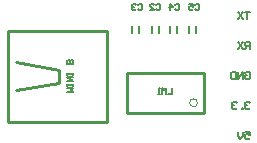
<source format=gbo>
G04*
G04 #@! TF.GenerationSoftware,Altium Limited,Altium Designer,20.0.13 (296)*
G04*
G04 Layer_Color=32896*
%FSLAX44Y44*%
%MOMM*%
G71*
G01*
G75*
%ADD13C,0.2540*%
%ADD14C,0.1500*%
%ADD15C,0.1000*%
D13*
X1091680Y636610D02*
Y670610D01*
X1026680Y636610D02*
X1091680D01*
X1026680D02*
Y670610D01*
X1091680D01*
X1009650Y629120D02*
Y706120D01*
X925250Y629120D02*
X1009650D01*
X925250D02*
Y706120D01*
X1009650D01*
X931970Y679320D02*
X968970Y673220D01*
X931970Y655920D02*
X968970Y662020D01*
Y673220D01*
D14*
X1079040Y704390D02*
X1079040Y710390D01*
X1085040Y704390D02*
X1085040Y710390D01*
X1062530Y704390D02*
X1062530Y710390D01*
X1068530Y704390D02*
X1068530Y710390D01*
X1047290Y704390D02*
X1047290Y710390D01*
X1053290Y704390D02*
X1053290Y710390D01*
X1030780Y704390D02*
X1030780Y710390D01*
X1036780Y704390D02*
X1036780Y710390D01*
X1130300Y722278D02*
X1126301D01*
X1128301D01*
Y716280D01*
X1124302Y722278D02*
X1120303Y716280D01*
Y722278D02*
X1124302Y716280D01*
X1130300Y690880D02*
Y696878D01*
X1127301D01*
X1126301Y695878D01*
Y693879D01*
X1127301Y692879D01*
X1130300D01*
X1128301D02*
X1126301Y690880D01*
X1124302Y696878D02*
X1120303Y690880D01*
Y696878D02*
X1124302Y690880D01*
X1126301Y670478D02*
X1127301Y671478D01*
X1129300D01*
X1130300Y670478D01*
Y666480D01*
X1129300Y665480D01*
X1127301D01*
X1126301Y666480D01*
Y668479D01*
X1128301D01*
X1124302Y665480D02*
Y671478D01*
X1120303Y665480D01*
Y671478D01*
X1118304D02*
Y665480D01*
X1115305D01*
X1114305Y666480D01*
Y670478D01*
X1115305Y671478D01*
X1118304D01*
X1130300Y645078D02*
X1129300Y646078D01*
X1127301D01*
X1126301Y645078D01*
Y644079D01*
X1127301Y643079D01*
X1128301D01*
X1127301D01*
X1126301Y642079D01*
Y641080D01*
X1127301Y640080D01*
X1129300D01*
X1130300Y641080D01*
X1124302Y640080D02*
Y641080D01*
X1123302D01*
Y640080D01*
X1124302D01*
X1119304Y645078D02*
X1118304Y646078D01*
X1116304D01*
X1115305Y645078D01*
Y644079D01*
X1116304Y643079D01*
X1117304D01*
X1116304D01*
X1115305Y642079D01*
Y641080D01*
X1116304Y640080D01*
X1118304D01*
X1119304Y641080D01*
X1126301Y620678D02*
X1130300D01*
Y617679D01*
X1128301Y618679D01*
X1127301D01*
X1126301Y617679D01*
Y615680D01*
X1127301Y614680D01*
X1129300D01*
X1130300Y615680D01*
X1124302Y620678D02*
Y616679D01*
X1122303Y614680D01*
X1120303Y616679D01*
Y620678D01*
X975360Y654050D02*
X980438D01*
X978746Y655743D01*
X980438Y657436D01*
X975360D01*
X980438Y659128D02*
Y660821D01*
Y659975D01*
X975360D01*
Y659128D01*
Y660821D01*
Y663360D02*
X980438D01*
X975360Y666746D01*
X980438D01*
Y668439D02*
Y670132D01*
Y669285D01*
X975360D01*
Y668439D01*
Y670132D01*
X980438Y677749D02*
X975360D01*
Y680288D01*
X976206Y681135D01*
X977053D01*
X977899Y680288D01*
Y677749D01*
Y680288D01*
X978746Y681135D01*
X979592D01*
X980438Y680288D01*
Y677749D01*
X1064260Y657858D02*
Y652780D01*
X1060874D01*
X1059182D02*
Y657858D01*
X1057489Y656166D01*
X1055796Y657858D01*
Y652780D01*
X1054103D02*
X1052411D01*
X1053257D01*
Y657858D01*
X1054103Y657012D01*
X1083734Y728132D02*
X1084581Y728978D01*
X1086274D01*
X1087120Y728132D01*
Y724746D01*
X1086274Y723900D01*
X1084581D01*
X1083734Y724746D01*
X1078656Y728978D02*
X1082042D01*
Y726439D01*
X1080349Y727286D01*
X1079502D01*
X1078656Y726439D01*
Y724746D01*
X1079502Y723900D01*
X1081195D01*
X1082042Y724746D01*
X1067224Y728132D02*
X1068071Y728978D01*
X1069764D01*
X1070610Y728132D01*
Y724746D01*
X1069764Y723900D01*
X1068071D01*
X1067224Y724746D01*
X1062992Y723900D02*
Y728978D01*
X1065532Y726439D01*
X1062146D01*
X1035474Y728132D02*
X1036321Y728978D01*
X1038014D01*
X1038860Y728132D01*
Y724746D01*
X1038014Y723900D01*
X1036321D01*
X1035474Y724746D01*
X1033782Y728132D02*
X1032935Y728978D01*
X1031243D01*
X1030396Y728132D01*
Y727286D01*
X1031243Y726439D01*
X1032089D01*
X1031243D01*
X1030396Y725593D01*
Y724746D01*
X1031243Y723900D01*
X1032935D01*
X1033782Y724746D01*
X1050714Y728132D02*
X1051561Y728978D01*
X1053254D01*
X1054100Y728132D01*
Y724746D01*
X1053254Y723900D01*
X1051561D01*
X1050714Y724746D01*
X1045636Y723900D02*
X1049022D01*
X1045636Y727286D01*
Y728132D01*
X1046482Y728978D01*
X1048175D01*
X1049022Y728132D01*
D15*
X1086034Y645110D02*
G03*
X1086034Y645110I-3354J0D01*
G01*
M02*

</source>
